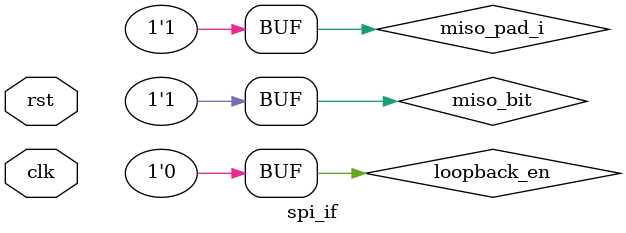
<source format=sv>
`timescale 1ns/1ps
interface spi_if (input logic rst, input logic clk);
  wire           [8-1:0] ss_pad_o;         // slave select
  wire                   sclk_pad_o;       // serial clock
  wire                   mosi_pad_o;       // master out slave in
  logic                  miso_pad_i;       // master in slave out

	bit loopback_en;
	logic miso_bit;

	assign miso_pad_i = (loopback_en == 1) ? mosi_pad_o : miso_bit;

	initial begin
		loopback_en = 0;
		miso_bit = 1;
	end

endinterface


</source>
